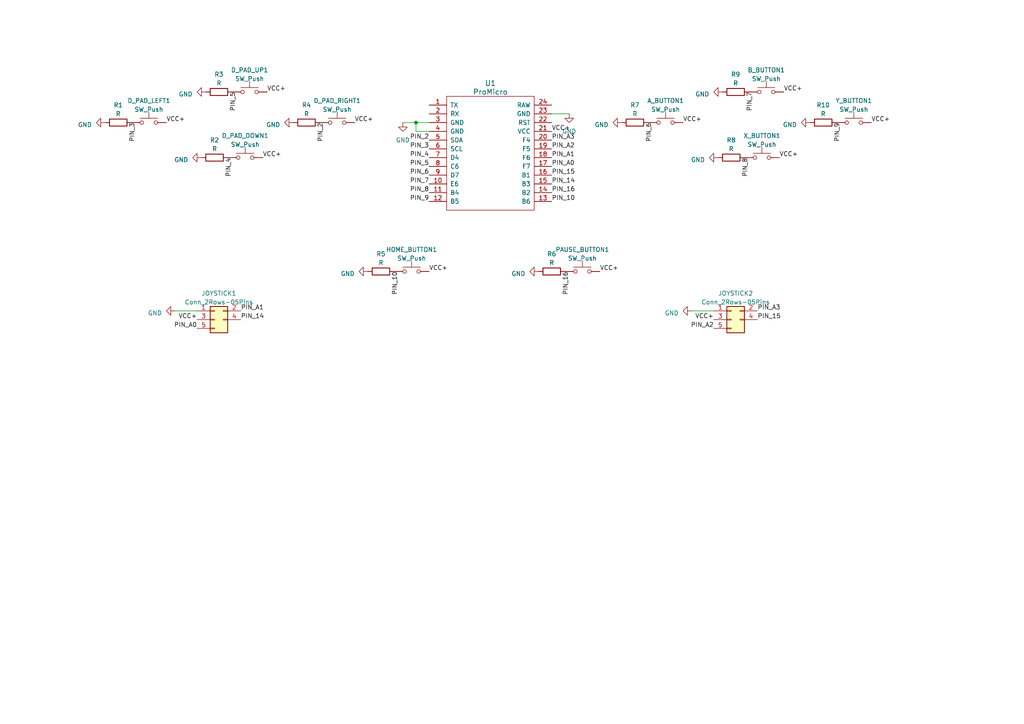
<source format=kicad_sch>
(kicad_sch (version 20230121) (generator eeschema)
  (paper "A4")
  (lib_symbols
    (symbol "Arduino Pro Micro:ProMicro" (pin_names (offset 1.016))
      (property "Reference" "U" (at 0 24.13 0))
      (property "Value" "ProMicro" (at 0 -13.97 0))
      (symbol "ProMicro_0_1"
        (rectangle (start -12.7 21.59) (end 12.7 -11.43))
      )
      (symbol "ProMicro_1_1"
        (pin bidirectional line (at -17.78 19.05 0) (length 5.08) (name "TX") (number "1"))
        (pin bidirectional line (at -17.78 -3.81 0) (length 5.08) (name "E6") (number "10"))
        (pin bidirectional line (at -17.78 -6.35 0) (length 5.08) (name "B4") (number "11"))
        (pin bidirectional line (at -17.78 -8.89 0) (length 5.08) (name "B5") (number "12"))
        (pin bidirectional line (at 17.78 -8.89 180) (length 5.08) (name "B6") (number "13"))
        (pin bidirectional line (at 17.78 -6.35 180) (length 5.08) (name "B2") (number "14"))
        (pin bidirectional line (at 17.78 -3.81 180) (length 5.08) (name "B3") (number "15"))
        (pin bidirectional line (at 17.78 -1.27 180) (length 5.08) (name "B1") (number "16"))
        (pin bidirectional line (at 17.78 1.27 180) (length 5.08) (name "F7") (number "17"))
        (pin bidirectional line (at 17.78 3.81 180) (length 5.08) (name "F6") (number "18"))
        (pin bidirectional line (at 17.78 6.35 180) (length 5.08) (name "F5") (number "19"))
        (pin bidirectional line (at -17.78 16.51 0) (length 5.08) (name "RX") (number "2"))
        (pin bidirectional line (at 17.78 8.89 180) (length 5.08) (name "F4") (number "20"))
        (pin power_in line (at 17.78 11.43 180) (length 5.08) (name "VCC") (number "21"))
        (pin input line (at 17.78 13.97 180) (length 5.08) (name "RST") (number "22"))
        (pin power_in line (at 17.78 16.51 180) (length 5.08) (name "GND") (number "23"))
        (pin power_out line (at 17.78 19.05 180) (length 5.08) (name "RAW") (number "24"))
        (pin power_in line (at -17.78 13.97 0) (length 5.08) (name "GND") (number "3"))
        (pin power_in line (at -17.78 11.43 0) (length 5.08) (name "GND") (number "4"))
        (pin bidirectional line (at -17.78 8.89 0) (length 5.08) (name "SDA") (number "5"))
        (pin bidirectional line (at -17.78 6.35 0) (length 5.08) (name "SCL") (number "6"))
        (pin bidirectional line (at -17.78 3.81 0) (length 5.08) (name "D4") (number "7"))
        (pin bidirectional line (at -17.78 1.27 0) (length 5.08) (name "C6") (number "8"))
        (pin bidirectional line (at -17.78 -1.27 0) (length 5.08) (name "D7") (number "9"))
      )
    )
    (symbol "Connector_Generic:Conn_2Rows-05Pins" (pin_names (offset 1.016) hide)
      (property "Reference" "J" (at 1.27 5.08 0))
      (property "Value" "Conn_2Rows-05Pins" (at 1.27 -5.08 0))
      (symbol "Conn_2Rows-05Pins_1_1"
        (rectangle (start -1.27 -2.413) (end 0 -2.667) (stroke (width 0.1524)))
        (rectangle (start -1.27 0.127) (end 0 -0.127) (stroke (width 0.1524)))
        (rectangle (start -1.27 2.667) (end 0 2.413) (stroke (width 0.1524)))
        (rectangle (start -1.27 3.81) (end 3.81 -3.81) (stroke (width 0.254)) (fill (type background)))
        (rectangle (start 3.81 0.127) (end 2.54 -0.127) (stroke (width 0.1524)))
        (rectangle (start 3.81 2.667) (end 2.54 2.413) (stroke (width 0.1524)))
        (pin passive line (at -5.08 2.54 0) (length 3.81) (name "Pin_1") (number "1"))
        (pin passive line (at 7.62 2.54 180) (length 3.81) (name "Pin_2") (number "2"))
        (pin passive line (at -5.08 0 0) (length 3.81) (name "Pin_3") (number "3"))
        (pin passive line (at 7.62 0 180) (length 3.81) (name "Pin_4") (number "4"))
        (pin passive line (at -5.08 -2.54 0) (length 3.81) (name "Pin_5") (number "5"))
      )
    )
    (symbol "Device:R" (pin_numbers hide) (pin_names (offset 0))
      (property "Reference" "R" (at 2.032 0 90))
      (property "Value" "R" (at 0 0 90))
      (symbol "R_0_1"
        (rectangle (start -1.016 -2.54) (end 1.016 2.54) (stroke (width 0.254)))
      )
      (symbol "R_1_1"
        (pin passive line (at 0 3.81 270) (length 1.27) (name "~") (number "1"))
        (pin passive line (at 0 -3.81 90) (length 1.27) (name "~") (number "2"))
      )
    )
    (symbol "Switch:SW_Push" (pin_numbers hide) (pin_names (offset 1.016) hide)
      (property "Reference" "SW" (at 1.27 2.54 0))
      (property "Value" "SW_Push" (at 0 -1.524 0))
      (symbol "SW_Push_0_1"
        (circle (center -2.032 0) (radius 0.508))
        (polyline (pts (xy 0 1.27) (xy 0 3.048)))
        (polyline (pts (xy 2.54 1.27) (xy -2.54 1.27)))
        (circle (center 2.032 0) (radius 0.508))
        (pin passive line (at -5.08 0 0) (length 2.54) (name "1") (number "1"))
        (pin passive line (at 5.08 0 180) (length 2.54) (name "2") (number "2"))
      )
    )
    (symbol "power:GND" (power) (pin_names (offset 0))
      (property "Value" "GND" (at 0 -3.81 0))
      (symbol "GND_0_1"
        (polyline (pts (xy 0 0) (xy 0 -1.27) (xy 1.27 -1.27) (xy 0 -2.54) (xy -1.27 -1.27) (xy 0 -1.27)))
      )
      (symbol "GND_1_1"
        (pin power_in line (at 0 0 270) (length 0) hide (name "GND") (number "1"))
      )
    )
  )
  (junction (at 120.65 35.56))
  (wire (pts (xy 116.84 35.56) (xy 120.65 35.56)))
  (wire (pts (xy 120.65 35.56) (xy 120.65 38.1)))
  (wire (pts (xy 124.46 38.1) (xy 120.65 38.1)))
  (wire (pts (xy 50.8 90.17) (xy 57.15 90.17)))
  (wire (pts (xy 200.66 90.17) (xy 207.01 90.17)))
  (wire (pts (xy 120.65 35.56) (xy 124.46 35.56)))
  (wire (pts (xy 160.02 33.02) (xy 165.1 33.02)))
  (label "PIN_A2" (at 160.02 43.18 0))
  (label "PIN_3" (at 39.37 35.56 270))
  (label "PIN_2" (at 93.98 35.56 270))
  (label "PIN_3" (at 124.46 43.18 180))
  (label "PIN_7" (at 218.44 26.67 270))
  (label "PIN_6" (at 189.23 35.56 270))
  (label "PIN_A0" (at 160.02 48.26 0))
  (label "VCC+" (at 227.33 26.67 0))
  (label "VCC+" (at 160.02 38.1 0))
  (label "PIN_10" (at 115.57 78.74 270))
  (label "PIN_A1" (at 160.02 45.72 0))
  (label "PIN_5" (at 124.46 48.26 180))
  (label "PIN_A3" (at 219.71 90.17 0))
  (label "PIN_4" (at 124.46 45.72 180))
  (label "PIN_14" (at 69.85 92.71 0))
  (label "PIN_14" (at 160.02 53.34 0))
  (label "PIN_9" (at 243.84 35.56 270))
  (label "VCC+" (at 48.26 35.56 0))
  (label "VCC+" (at 124.46 78.74 0))
  (label "PIN_A2" (at 207.01 95.25 180))
  (label "PIN_2" (at 124.46 40.64 180))
  (label "PIN_16" (at 165.1 78.74 270))
  (label "PIN_A1" (at 69.85 90.17 0))
  (label "VCC+" (at 76.2 45.72 0))
  (label "PIN_10" (at 160.02 58.42 0))
  (label "PIN_6" (at 124.46 50.8 180))
  (label "VCC+" (at 207.01 92.71 180))
  (label "PIN_7" (at 124.46 53.34 180))
  (label "VCC+" (at 77.47 26.67 0))
  (label "PIN_15" (at 219.71 92.71 0))
  (label "VCC+" (at 102.87 35.56 0))
  (label "VCC+" (at 226.06 45.72 0))
  (label "VCC+" (at 173.99 78.74 0))
  (label "VCC+" (at 57.15 92.71 180))
  (label "VCC+" (at 198.12 35.56 0))
  (label "PIN_16" (at 160.02 55.88 0))
  (label "PIN_15" (at 160.02 50.8 0))
  (label "PIN_A3" (at 160.02 40.64 0))
  (label "PIN_5" (at 68.58 26.67 270))
  (label "PIN_9" (at 124.46 58.42 180))
  (label "VCC+" (at 252.73 35.56 0))
  (label "PIN_8" (at 124.46 55.88 180))
  (label "PIN_8" (at 217.17 45.72 270))
  (label "PIN_A0" (at 57.15 95.25 180))
  (label "PIN_4" (at 67.31 45.72 270))
  (symbol (lib_id "Switch:SW_Push") (at 119.38 78.74 0) (unit 1)
    (property "Reference" "HOME_BUTTON1" (at 119.38 72.39 0))
    (property "Value" "SW_Push" (at 119.38 74.93 0))
    (property "Footprint" "Button_Switch_THT:SW_PUSH_6mm_H5mm" (effects hide))
  )
  (symbol (lib_id "Arduino Pro Micro:ProMicro") (at 142.24 49.53 0) (unit 1)
    (property "Reference" "U1" (at 142.24 24.13 0) (effects (font (size 1.524 1.524))))
    (property "Value" "ProMicro" (at 142.24 26.67 0) (effects (font (size 1.524 1.524))))
    (property "Footprint" "Arduino Pro Micro:ProMicro" (effects hide))
  )
  (symbol (lib_id "Switch:SW_Push") (at 220.98 45.72 0) (unit 1)
    (property "Reference" "X_BUTTON1" (at 220.98 39.37 0))
    (property "Value" "SW_Push" (at 220.98 41.91 0))
    (property "Footprint" "Button_Switch_THT:SW_PUSH_6mm_H5mm" (effects hide))
  )
  (symbol (lib_id "Connector_Generic:Conn_2Rows-05Pins") (at 62.23 92.71 0) (unit 1)
    (property "Reference" "JOYSTICK1" (at 63.5 85.09 0))
    (property "Value" "Conn_2Rows-05Pins" (at 63.5 87.63 0))
    (property "Footprint" "Connector_PinSocket_2.54mm:PinSocket_1x05_P2.54mm_Vertical" (effects hide))
  )
  (symbol (lib_id "power:GND") (at 30.48 35.56 270) (unit 1)
    (property "Reference" "#PWR01" (effects hide))
    (property "Value" "GND" (at 26.67 36.195 90) (effects (justify right)))
  )
  (symbol (lib_id "power:GND") (at 234.95 35.56 270) (unit 1)
    (property "Reference" "#PWR014" (effects hide))
    (property "Value" "GND" (at 231.14 36.195 90) (effects (justify right)))
  )
  (symbol (lib_id "power:GND") (at 165.1 33.02 0) (unit 1)
    (property "Reference" "#PWR09" (effects hide))
    (property "Value" "GND" (at 165.1 38.1 0))
  )
  (symbol (lib_id "Switch:SW_Push") (at 168.91 78.74 0) (unit 1)
    (property "Reference" "PAUSE_BUTTON1" (at 168.91 72.39 0))
    (property "Value" "SW_Push" (at 168.91 74.93 0))
    (property "Footprint" "Button_Switch_THT:SW_PUSH_6mm_H5mm" (effects hide))
  )
  (symbol (lib_id "power:GND") (at 85.09 35.56 270) (unit 1)
    (property "Reference" "#PWR05" (effects hide))
    (property "Value" "GND" (at 81.28 36.195 90) (effects (justify right)))
  )
  (symbol (lib_id "Switch:SW_Push") (at 43.18 35.56 0) (unit 1)
    (property "Reference" "D_PAD_LEFT1" (at 43.18 29.21 0))
    (property "Value" "SW_Push" (at 43.18 31.75 0))
    (property "Footprint" "Button_Switch_THT:SW_PUSH_6mm_H5mm" (effects hide))
  )
  (symbol (lib_id "Device:R") (at 184.15 35.56 90) (unit 1)
    (property "Reference" "R7" (at 184.15 30.48 90))
    (property "Value" "R" (at 184.15 33.02 90))
    (property "Footprint" "Resistor_THT:R_Axial_DIN0207_L6.3mm_D2.5mm_P10.16mm_Horizontal" (effects hide))
  )
  (symbol (lib_id "power:GND") (at 209.55 26.67 270) (unit 1)
    (property "Reference" "#PWR013" (effects hide))
    (property "Value" "GND" (at 205.74 27.305 90) (effects (justify right)))
  )
  (symbol (lib_id "power:GND") (at 106.68 78.74 270) (unit 1)
    (property "Reference" "#PWR06" (effects hide))
    (property "Value" "GND" (at 102.87 79.375 90) (effects (justify right)))
  )
  (symbol (lib_id "Switch:SW_Push") (at 71.12 45.72 0) (unit 1)
    (property "Reference" "D_PAD_DOWN1" (at 71.12 39.37 0))
    (property "Value" "SW_Push" (at 71.12 41.91 0))
    (property "Footprint" "Button_Switch_THT:SW_PUSH_6mm_H5mm" (effects hide))
  )
  (symbol (lib_id "Device:R") (at 160.02 78.74 90) (unit 1)
    (property "Reference" "R6" (at 160.02 73.66 90))
    (property "Value" "R" (at 160.02 76.2 90))
    (property "Footprint" "Resistor_THT:R_Axial_DIN0207_L6.3mm_D2.5mm_P10.16mm_Horizontal" (effects hide))
  )
  (symbol (lib_id "power:GND") (at 156.21 78.74 270) (unit 1)
    (property "Reference" "#PWR08" (effects hide))
    (property "Value" "GND" (at 152.4 79.375 90) (effects (justify right)))
  )
  (symbol (lib_id "power:GND") (at 59.69 26.67 270) (unit 1)
    (property "Reference" "#PWR04" (effects hide))
    (property "Value" "GND" (at 55.88 27.305 90) (effects (justify right)))
  )
  (symbol (lib_id "Device:R") (at 88.9 35.56 90) (unit 1)
    (property "Reference" "R4" (at 88.9 30.48 90))
    (property "Value" "R" (at 88.9 33.02 90))
    (property "Footprint" "Resistor_THT:R_Axial_DIN0207_L6.3mm_D2.5mm_P10.16mm_Horizontal" (effects hide))
  )
  (symbol (lib_id "Device:R") (at 238.76 35.56 90) (unit 1)
    (property "Reference" "R10" (at 238.76 30.48 90))
    (property "Value" "R" (at 238.76 33.02 90))
    (property "Footprint" "Resistor_THT:R_Axial_DIN0207_L6.3mm_D2.5mm_P10.16mm_Horizontal" (effects hide))
  )
  (symbol (lib_id "power:GND") (at 180.34 35.56 270) (unit 1)
    (property "Reference" "#PWR010" (effects hide))
    (property "Value" "GND" (at 176.53 36.195 90) (effects (justify right)))
  )
  (symbol (lib_id "Connector_Generic:Conn_2Rows-05Pins") (at 212.09 92.71 0) (unit 1)
    (property "Reference" "JOYSTICK2" (at 213.36 85.09 0))
    (property "Value" "Conn_2Rows-05Pins" (at 213.36 87.63 0))
    (property "Footprint" "Connector_PinSocket_2.54mm:PinSocket_1x05_P2.54mm_Vertical" (effects hide))
  )
  (symbol (lib_id "Switch:SW_Push") (at 72.39 26.67 0) (unit 1)
    (property "Reference" "D_PAD_UP1" (at 72.39 20.32 0))
    (property "Value" "SW_Push" (at 72.39 22.86 0))
    (property "Footprint" "Button_Switch_THT:SW_PUSH_6mm_H5mm" (effects hide))
  )
  (symbol (lib_id "Device:R") (at 34.29 35.56 90) (unit 1)
    (property "Reference" "R1" (at 34.29 30.48 90))
    (property "Value" "R" (at 34.29 33.02 90))
    (property "Footprint" "Resistor_THT:R_Axial_DIN0207_L6.3mm_D2.5mm_P10.16mm_Horizontal" (effects hide))
  )
  (symbol (lib_id "power:GND") (at 200.66 90.17 270) (unit 1)
    (property "Reference" "#PWR011" (effects hide))
    (property "Value" "GND" (at 196.85 90.805 90) (effects (justify right)))
  )
  (symbol (lib_id "Device:R") (at 63.5 26.67 90) (unit 1)
    (property "Reference" "R3" (at 63.5 21.59 90))
    (property "Value" "R" (at 63.5 24.13 90))
    (property "Footprint" "Resistor_THT:R_Axial_DIN0207_L6.3mm_D2.5mm_P10.16mm_Horizontal" (effects hide))
  )
  (symbol (lib_id "Device:R") (at 212.09 45.72 90) (unit 1)
    (property "Reference" "R8" (at 212.09 40.64 90))
    (property "Value" "R" (at 212.09 43.18 90))
    (property "Footprint" "Resistor_THT:R_Axial_DIN0207_L6.3mm_D2.5mm_P10.16mm_Horizontal" (effects hide))
  )
  (symbol (lib_id "power:GND") (at 58.42 45.72 270) (unit 1)
    (property "Reference" "#PWR03" (effects hide))
    (property "Value" "GND" (at 54.61 46.355 90) (effects (justify right)))
  )
  (symbol (lib_id "power:GND") (at 208.28 45.72 270) (unit 1)
    (property "Reference" "#PWR012" (effects hide))
    (property "Value" "GND" (at 204.47 46.355 90) (effects (justify right)))
  )
  (symbol (lib_id "Switch:SW_Push") (at 247.65 35.56 0) (unit 1)
    (property "Reference" "Y_BUTTON1" (at 247.65 29.21 0))
    (property "Value" "SW_Push" (at 247.65 31.75 0))
    (property "Footprint" "Button_Switch_THT:SW_PUSH_6mm_H5mm" (effects hide))
  )
  (symbol (lib_id "Switch:SW_Push") (at 97.79 35.56 0) (unit 1)
    (property "Reference" "D_PAD_RIGHT1" (at 97.79 29.21 0))
    (property "Value" "SW_Push" (at 97.79 31.75 0))
    (property "Footprint" "Button_Switch_THT:SW_PUSH_6mm_H5mm" (effects hide))
  )
  (symbol (lib_id "Device:R") (at 110.49 78.74 90) (unit 1)
    (property "Reference" "R5" (at 110.49 73.66 90))
    (property "Value" "R" (at 110.49 76.2 90))
    (property "Footprint" "Resistor_THT:R_Axial_DIN0207_L6.3mm_D2.5mm_P10.16mm_Horizontal" (effects hide))
  )
  (symbol (lib_id "Switch:SW_Push") (at 222.25 26.67 0) (unit 1)
    (property "Reference" "B_BUTTON1" (at 222.25 20.32 0))
    (property "Value" "SW_Push" (at 222.25 22.86 0))
    (property "Footprint" "Button_Switch_THT:SW_PUSH_6mm_H5mm" (effects hide))
  )
  (symbol (lib_id "Switch:SW_Push") (at 193.04 35.56 0) (unit 1)
    (property "Reference" "A_BUTTON1" (at 193.04 29.21 0))
    (property "Value" "SW_Push" (at 193.04 31.75 0))
    (property "Footprint" "Button_Switch_THT:SW_PUSH_6mm_H5mm" (effects hide))
  )
  (symbol (lib_id "power:GND") (at 50.8 90.17 270) (unit 1)
    (property "Reference" "#PWR02" (effects hide))
    (property "Value" "GND" (at 46.99 90.805 90) (effects (justify right)))
  )
  (symbol (lib_id "Device:R") (at 213.36 26.67 90) (unit 1)
    (property "Reference" "R9" (at 213.36 21.59 90))
    (property "Value" "R" (at 213.36 24.13 90))
    (property "Footprint" "Resistor_THT:R_Axial_DIN0207_L6.3mm_D2.5mm_P10.16mm_Horizontal" (effects hide))
  )
  (symbol (lib_id "power:GND") (at 116.84 35.56 0) (unit 1)
    (property "Reference" "#PWR07" (effects hide))
    (property "Value" "GND" (at 116.84 40.64 0))
  )
  (symbol (lib_id "Device:R") (at 62.23 45.72 90) (unit 1)
    (property "Reference" "R2" (at 62.23 40.64 90))
    (property "Value" "R" (at 62.23 43.18 90))
    (property "Footprint" "Resistor_THT:R_Axial_DIN0207_L6.3mm_D2.5mm_P10.16mm_Horizontal" (effects hide))
  )
)
</source>
